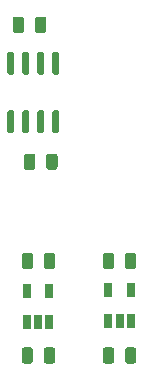
<source format=gbr>
G04 #@! TF.GenerationSoftware,KiCad,Pcbnew,(5.1.6-0-10_14)*
G04 #@! TF.CreationDate,2020-11-05T10:51:19+09:00*
G04 #@! TF.ProjectId,teabiscuits_compute,74656162-6973-4637-9569-74735f636f6d,rev?*
G04 #@! TF.SameCoordinates,Original*
G04 #@! TF.FileFunction,Paste,Top*
G04 #@! TF.FilePolarity,Positive*
%FSLAX46Y46*%
G04 Gerber Fmt 4.6, Leading zero omitted, Abs format (unit mm)*
G04 Created by KiCad (PCBNEW (5.1.6-0-10_14)) date 2020-11-05 10:51:19*
%MOMM*%
%LPD*%
G01*
G04 APERTURE LIST*
%ADD10R,0.650000X1.220000*%
G04 APERTURE END LIST*
D10*
X147000000Y-139490000D03*
X148900000Y-139490000D03*
X148900000Y-142110000D03*
X147950000Y-142110000D03*
X147000000Y-142110000D03*
G36*
G01*
X138880000Y-121225000D02*
X138580000Y-121225000D01*
G75*
G02*
X138430000Y-121075000I0J150000D01*
G01*
X138430000Y-119425000D01*
G75*
G02*
X138580000Y-119275000I150000J0D01*
G01*
X138880000Y-119275000D01*
G75*
G02*
X139030000Y-119425000I0J-150000D01*
G01*
X139030000Y-121075000D01*
G75*
G02*
X138880000Y-121225000I-150000J0D01*
G01*
G37*
G36*
G01*
X140150000Y-121225000D02*
X139850000Y-121225000D01*
G75*
G02*
X139700000Y-121075000I0J150000D01*
G01*
X139700000Y-119425000D01*
G75*
G02*
X139850000Y-119275000I150000J0D01*
G01*
X140150000Y-119275000D01*
G75*
G02*
X140300000Y-119425000I0J-150000D01*
G01*
X140300000Y-121075000D01*
G75*
G02*
X140150000Y-121225000I-150000J0D01*
G01*
G37*
G36*
G01*
X141420000Y-121225000D02*
X141120000Y-121225000D01*
G75*
G02*
X140970000Y-121075000I0J150000D01*
G01*
X140970000Y-119425000D01*
G75*
G02*
X141120000Y-119275000I150000J0D01*
G01*
X141420000Y-119275000D01*
G75*
G02*
X141570000Y-119425000I0J-150000D01*
G01*
X141570000Y-121075000D01*
G75*
G02*
X141420000Y-121225000I-150000J0D01*
G01*
G37*
G36*
G01*
X142690000Y-121225000D02*
X142390000Y-121225000D01*
G75*
G02*
X142240000Y-121075000I0J150000D01*
G01*
X142240000Y-119425000D01*
G75*
G02*
X142390000Y-119275000I150000J0D01*
G01*
X142690000Y-119275000D01*
G75*
G02*
X142840000Y-119425000I0J-150000D01*
G01*
X142840000Y-121075000D01*
G75*
G02*
X142690000Y-121225000I-150000J0D01*
G01*
G37*
G36*
G01*
X142690000Y-126175000D02*
X142390000Y-126175000D01*
G75*
G02*
X142240000Y-126025000I0J150000D01*
G01*
X142240000Y-124375000D01*
G75*
G02*
X142390000Y-124225000I150000J0D01*
G01*
X142690000Y-124225000D01*
G75*
G02*
X142840000Y-124375000I0J-150000D01*
G01*
X142840000Y-126025000D01*
G75*
G02*
X142690000Y-126175000I-150000J0D01*
G01*
G37*
G36*
G01*
X141420000Y-126175000D02*
X141120000Y-126175000D01*
G75*
G02*
X140970000Y-126025000I0J150000D01*
G01*
X140970000Y-124375000D01*
G75*
G02*
X141120000Y-124225000I150000J0D01*
G01*
X141420000Y-124225000D01*
G75*
G02*
X141570000Y-124375000I0J-150000D01*
G01*
X141570000Y-126025000D01*
G75*
G02*
X141420000Y-126175000I-150000J0D01*
G01*
G37*
G36*
G01*
X140150000Y-126175000D02*
X139850000Y-126175000D01*
G75*
G02*
X139700000Y-126025000I0J150000D01*
G01*
X139700000Y-124375000D01*
G75*
G02*
X139850000Y-124225000I150000J0D01*
G01*
X140150000Y-124225000D01*
G75*
G02*
X140300000Y-124375000I0J-150000D01*
G01*
X140300000Y-126025000D01*
G75*
G02*
X140150000Y-126175000I-150000J0D01*
G01*
G37*
G36*
G01*
X138880000Y-126175000D02*
X138580000Y-126175000D01*
G75*
G02*
X138430000Y-126025000I0J150000D01*
G01*
X138430000Y-124375000D01*
G75*
G02*
X138580000Y-124225000I150000J0D01*
G01*
X138880000Y-124225000D01*
G75*
G02*
X139030000Y-124375000I0J-150000D01*
G01*
X139030000Y-126025000D01*
G75*
G02*
X138880000Y-126175000I-150000J0D01*
G01*
G37*
X140100000Y-139580000D03*
X142000000Y-139580000D03*
X142000000Y-142200000D03*
X141050000Y-142200000D03*
X140100000Y-142200000D03*
G36*
G01*
X139862500Y-116543750D02*
X139862500Y-117456250D01*
G75*
G02*
X139618750Y-117700000I-243750J0D01*
G01*
X139131250Y-117700000D01*
G75*
G02*
X138887500Y-117456250I0J243750D01*
G01*
X138887500Y-116543750D01*
G75*
G02*
X139131250Y-116300000I243750J0D01*
G01*
X139618750Y-116300000D01*
G75*
G02*
X139862500Y-116543750I0J-243750D01*
G01*
G37*
G36*
G01*
X141737500Y-116543750D02*
X141737500Y-117456250D01*
G75*
G02*
X141493750Y-117700000I-243750J0D01*
G01*
X141006250Y-117700000D01*
G75*
G02*
X140762500Y-117456250I0J243750D01*
G01*
X140762500Y-116543750D01*
G75*
G02*
X141006250Y-116300000I243750J0D01*
G01*
X141493750Y-116300000D01*
G75*
G02*
X141737500Y-116543750I0J-243750D01*
G01*
G37*
G36*
G01*
X141712500Y-129056250D02*
X141712500Y-128143750D01*
G75*
G02*
X141956250Y-127900000I243750J0D01*
G01*
X142443750Y-127900000D01*
G75*
G02*
X142687500Y-128143750I0J-243750D01*
G01*
X142687500Y-129056250D01*
G75*
G02*
X142443750Y-129300000I-243750J0D01*
G01*
X141956250Y-129300000D01*
G75*
G02*
X141712500Y-129056250I0J243750D01*
G01*
G37*
G36*
G01*
X139837500Y-129056250D02*
X139837500Y-128143750D01*
G75*
G02*
X140081250Y-127900000I243750J0D01*
G01*
X140568750Y-127900000D01*
G75*
G02*
X140812500Y-128143750I0J-243750D01*
G01*
X140812500Y-129056250D01*
G75*
G02*
X140568750Y-129300000I-243750J0D01*
G01*
X140081250Y-129300000D01*
G75*
G02*
X139837500Y-129056250I0J243750D01*
G01*
G37*
G36*
G01*
X140612500Y-136543750D02*
X140612500Y-137456250D01*
G75*
G02*
X140368750Y-137700000I-243750J0D01*
G01*
X139881250Y-137700000D01*
G75*
G02*
X139637500Y-137456250I0J243750D01*
G01*
X139637500Y-136543750D01*
G75*
G02*
X139881250Y-136300000I243750J0D01*
G01*
X140368750Y-136300000D01*
G75*
G02*
X140612500Y-136543750I0J-243750D01*
G01*
G37*
G36*
G01*
X142487500Y-136543750D02*
X142487500Y-137456250D01*
G75*
G02*
X142243750Y-137700000I-243750J0D01*
G01*
X141756250Y-137700000D01*
G75*
G02*
X141512500Y-137456250I0J243750D01*
G01*
X141512500Y-136543750D01*
G75*
G02*
X141756250Y-136300000I243750J0D01*
G01*
X142243750Y-136300000D01*
G75*
G02*
X142487500Y-136543750I0J-243750D01*
G01*
G37*
G36*
G01*
X148387500Y-137456250D02*
X148387500Y-136543750D01*
G75*
G02*
X148631250Y-136300000I243750J0D01*
G01*
X149118750Y-136300000D01*
G75*
G02*
X149362500Y-136543750I0J-243750D01*
G01*
X149362500Y-137456250D01*
G75*
G02*
X149118750Y-137700000I-243750J0D01*
G01*
X148631250Y-137700000D01*
G75*
G02*
X148387500Y-137456250I0J243750D01*
G01*
G37*
G36*
G01*
X146512500Y-137456250D02*
X146512500Y-136543750D01*
G75*
G02*
X146756250Y-136300000I243750J0D01*
G01*
X147243750Y-136300000D01*
G75*
G02*
X147487500Y-136543750I0J-243750D01*
G01*
X147487500Y-137456250D01*
G75*
G02*
X147243750Y-137700000I-243750J0D01*
G01*
X146756250Y-137700000D01*
G75*
G02*
X146512500Y-137456250I0J243750D01*
G01*
G37*
G36*
G01*
X140612500Y-144543750D02*
X140612500Y-145456250D01*
G75*
G02*
X140368750Y-145700000I-243750J0D01*
G01*
X139881250Y-145700000D01*
G75*
G02*
X139637500Y-145456250I0J243750D01*
G01*
X139637500Y-144543750D01*
G75*
G02*
X139881250Y-144300000I243750J0D01*
G01*
X140368750Y-144300000D01*
G75*
G02*
X140612500Y-144543750I0J-243750D01*
G01*
G37*
G36*
G01*
X142487500Y-144543750D02*
X142487500Y-145456250D01*
G75*
G02*
X142243750Y-145700000I-243750J0D01*
G01*
X141756250Y-145700000D01*
G75*
G02*
X141512500Y-145456250I0J243750D01*
G01*
X141512500Y-144543750D01*
G75*
G02*
X141756250Y-144300000I243750J0D01*
G01*
X142243750Y-144300000D01*
G75*
G02*
X142487500Y-144543750I0J-243750D01*
G01*
G37*
G36*
G01*
X147487500Y-144543750D02*
X147487500Y-145456250D01*
G75*
G02*
X147243750Y-145700000I-243750J0D01*
G01*
X146756250Y-145700000D01*
G75*
G02*
X146512500Y-145456250I0J243750D01*
G01*
X146512500Y-144543750D01*
G75*
G02*
X146756250Y-144300000I243750J0D01*
G01*
X147243750Y-144300000D01*
G75*
G02*
X147487500Y-144543750I0J-243750D01*
G01*
G37*
G36*
G01*
X149362500Y-144543750D02*
X149362500Y-145456250D01*
G75*
G02*
X149118750Y-145700000I-243750J0D01*
G01*
X148631250Y-145700000D01*
G75*
G02*
X148387500Y-145456250I0J243750D01*
G01*
X148387500Y-144543750D01*
G75*
G02*
X148631250Y-144300000I243750J0D01*
G01*
X149118750Y-144300000D01*
G75*
G02*
X149362500Y-144543750I0J-243750D01*
G01*
G37*
M02*

</source>
